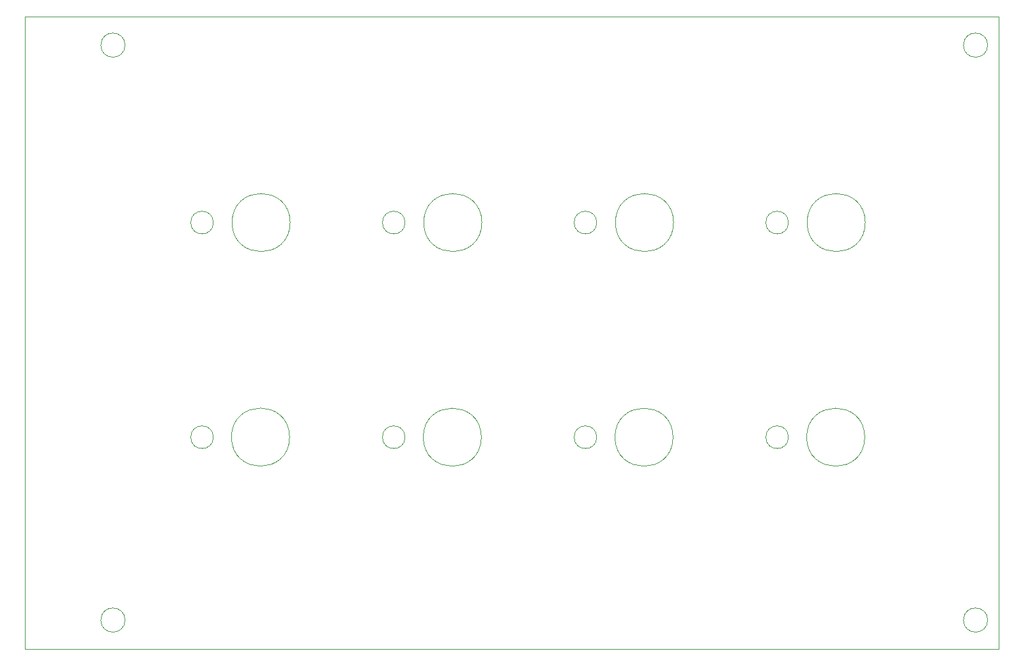
<source format=gbr>
G04 #@! TF.GenerationSoftware,KiCad,Pcbnew,5.1.5+dfsg1-2build2*
G04 #@! TF.CreationDate,2022-10-18T14:32:14+02:00*
G04 #@! TF.ProjectId,controllerBoard,636f6e74-726f-46c6-9c65-72426f617264,rev?*
G04 #@! TF.SameCoordinates,Original*
G04 #@! TF.FileFunction,Profile,NP*
%FSLAX46Y46*%
G04 Gerber Fmt 4.6, Leading zero omitted, Abs format (unit mm)*
G04 Created by KiCad (PCBNEW 5.1.5+dfsg1-2build2) date 2022-10-18 14:32:14*
%MOMM*%
%LPD*%
G04 APERTURE LIST*
%ADD10C,0.050000*%
%ADD11C,0.100000*%
G04 APERTURE END LIST*
D10*
X55702000Y-97282000D02*
G75*
G03X55702000Y-97282000I-1600000J0D01*
G01*
X170002000Y-97282000D02*
G75*
G03X170002000Y-97282000I-1600000J0D01*
G01*
X55702000Y-21082000D02*
G75*
G03X55702000Y-21082000I-1600000J0D01*
G01*
X170002000Y-21082000D02*
G75*
G03X170002000Y-21082000I-1600000J0D01*
G01*
X67413000Y-73048000D02*
G75*
G03X67413000Y-73048000I-1500000J0D01*
G01*
X77510000Y-73039600D02*
G75*
G03X77510000Y-73039600I-3850000J0D01*
G01*
X92813000Y-44600000D02*
G75*
G03X92813000Y-44600000I-1500000J0D01*
G01*
X102986200Y-44600000D02*
G75*
G03X102986200Y-44600000I-3850000J0D01*
G01*
X102920800Y-73048000D02*
G75*
G03X102920800Y-73048000I-3850000J0D01*
G01*
X92813000Y-73048000D02*
G75*
G03X92813000Y-73048000I-1500000J0D01*
G01*
X153720800Y-73048000D02*
G75*
G03X153720800Y-73048000I-3850000J0D01*
G01*
X143613000Y-73048000D02*
G75*
G03X143613000Y-73048000I-1500000J0D01*
G01*
X153786200Y-44600000D02*
G75*
G03X153786200Y-44600000I-3850000J0D01*
G01*
X143613000Y-44600000D02*
G75*
G03X143613000Y-44600000I-1500000J0D01*
G01*
X128320800Y-73050400D02*
G75*
G03X128320800Y-73050400I-3850000J0D01*
G01*
X118213000Y-73048000D02*
G75*
G03X118213000Y-73048000I-1500000J0D01*
G01*
X118213000Y-44600000D02*
G75*
G03X118213000Y-44600000I-1500000J0D01*
G01*
X128386200Y-44600000D02*
G75*
G03X128386200Y-44600000I-3850000J0D01*
G01*
X67413000Y-44600000D02*
G75*
G03X67413000Y-44600000I-1500000J0D01*
G01*
X77586200Y-44600000D02*
G75*
G03X77586200Y-44600000I-3850000J0D01*
G01*
D11*
X171450000Y-17272000D02*
X171450000Y-101092000D01*
X42418000Y-17272000D02*
X171450000Y-17272000D01*
X42418000Y-101092000D02*
X42418000Y-17272000D01*
X171450000Y-101092000D02*
X42418000Y-101092000D01*
M02*

</source>
